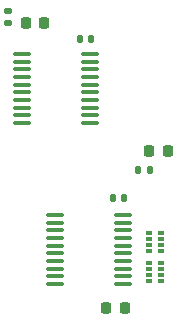
<source format=gbr>
%TF.GenerationSoftware,KiCad,Pcbnew,9.0.0*%
%TF.CreationDate,2025-03-31T20:31:44+01:00*%
%TF.ProjectId,TubeAdaptor,54756265-4164-4617-9074-6f722e6b6963,02a*%
%TF.SameCoordinates,Original*%
%TF.FileFunction,Paste,Top*%
%TF.FilePolarity,Positive*%
%FSLAX46Y46*%
G04 Gerber Fmt 4.6, Leading zero omitted, Abs format (unit mm)*
G04 Created by KiCad (PCBNEW 9.0.0) date 2025-03-31 20:31:44*
%MOMM*%
%LPD*%
G01*
G04 APERTURE LIST*
G04 Aperture macros list*
%AMRoundRect*
0 Rectangle with rounded corners*
0 $1 Rounding radius*
0 $2 $3 $4 $5 $6 $7 $8 $9 X,Y pos of 4 corners*
0 Add a 4 corners polygon primitive as box body*
4,1,4,$2,$3,$4,$5,$6,$7,$8,$9,$2,$3,0*
0 Add four circle primitives for the rounded corners*
1,1,$1+$1,$2,$3*
1,1,$1+$1,$4,$5*
1,1,$1+$1,$6,$7*
1,1,$1+$1,$8,$9*
0 Add four rect primitives between the rounded corners*
20,1,$1+$1,$2,$3,$4,$5,0*
20,1,$1+$1,$4,$5,$6,$7,0*
20,1,$1+$1,$6,$7,$8,$9,0*
20,1,$1+$1,$8,$9,$2,$3,0*%
G04 Aperture macros list end*
%ADD10R,0.500000X0.320000*%
%ADD11RoundRect,0.140000X0.140000X0.170000X-0.140000X0.170000X-0.140000X-0.170000X0.140000X-0.170000X0*%
%ADD12RoundRect,0.100000X-0.637500X-0.100000X0.637500X-0.100000X0.637500X0.100000X-0.637500X0.100000X0*%
%ADD13RoundRect,0.135000X-0.135000X-0.185000X0.135000X-0.185000X0.135000X0.185000X-0.135000X0.185000X0*%
%ADD14RoundRect,0.218750X0.218750X0.256250X-0.218750X0.256250X-0.218750X-0.256250X0.218750X-0.256250X0*%
%ADD15RoundRect,0.135000X-0.185000X0.135000X-0.185000X-0.135000X0.185000X-0.135000X0.185000X0.135000X0*%
%ADD16RoundRect,0.218750X-0.218750X-0.256250X0.218750X-0.256250X0.218750X0.256250X-0.218750X0.256250X0*%
G04 APERTURE END LIST*
D10*
%TO.C,RN1*%
X141630400Y-75438000D03*
X141630400Y-75938000D03*
X141630400Y-76438000D03*
X141630400Y-76938000D03*
X142630400Y-76938000D03*
X142630400Y-76438000D03*
X142630400Y-75938000D03*
X142630400Y-75438000D03*
%TD*%
%TO.C,RN2*%
X141630400Y-77990000D03*
X141630400Y-78490000D03*
X141630400Y-78990000D03*
X141630400Y-79490000D03*
X142630400Y-79490000D03*
X142630400Y-78990000D03*
X142630400Y-78490000D03*
X142630400Y-77990000D03*
%TD*%
D11*
%TO.C,C2*%
X139519600Y-72491600D03*
X138559600Y-72491600D03*
%TD*%
D12*
%TO.C,IC2*%
X133687900Y-73910000D03*
X133687900Y-74560000D03*
X133687900Y-75210000D03*
X133687900Y-75860000D03*
X133687900Y-76510000D03*
X133687900Y-77160000D03*
X133687900Y-77810000D03*
X133687900Y-78460000D03*
X133687900Y-79110000D03*
X133687900Y-79760000D03*
X139412900Y-79760000D03*
X139412900Y-79110000D03*
X139412900Y-78460000D03*
X139412900Y-77810000D03*
X139412900Y-77160000D03*
X139412900Y-76510000D03*
X139412900Y-75860000D03*
X139412900Y-75210000D03*
X139412900Y-74560000D03*
X139412900Y-73910000D03*
%TD*%
D13*
%TO.C,R2*%
X140675900Y-70142100D03*
X141695900Y-70142100D03*
%TD*%
D14*
%TO.C,D2*%
X143230700Y-68491100D03*
X141655700Y-68491100D03*
%TD*%
%TO.C,D1*%
X132765900Y-57658000D03*
X131190900Y-57658000D03*
%TD*%
D15*
%TO.C,R1*%
X129692400Y-56640000D03*
X129692400Y-57660000D03*
%TD*%
D11*
%TO.C,C1*%
X136723200Y-59055000D03*
X135763200Y-59055000D03*
%TD*%
D12*
%TO.C,IC1*%
X130893900Y-60295600D03*
X130893900Y-60945600D03*
X130893900Y-61595600D03*
X130893900Y-62245600D03*
X130893900Y-62895600D03*
X130893900Y-63545600D03*
X130893900Y-64195600D03*
X130893900Y-64845600D03*
X130893900Y-65495600D03*
X130893900Y-66145600D03*
X136618900Y-66145600D03*
X136618900Y-65495600D03*
X136618900Y-64845600D03*
X136618900Y-64195600D03*
X136618900Y-63545600D03*
X136618900Y-62895600D03*
X136618900Y-62245600D03*
X136618900Y-61595600D03*
X136618900Y-60945600D03*
X136618900Y-60295600D03*
%TD*%
D16*
%TO.C,F1*%
X138023400Y-81776000D03*
X139598400Y-81776000D03*
%TD*%
M02*

</source>
